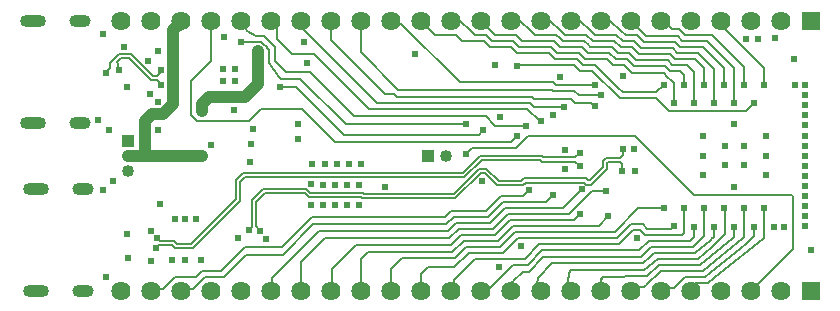
<source format=gbl>
G04*
G04 #@! TF.GenerationSoftware,Altium Limited,Altium Designer,25.8.1 (18)*
G04*
G04 Layer_Physical_Order=4*
G04 Layer_Color=16711680*
%FSLAX25Y25*%
%MOIN*%
G70*
G04*
G04 #@! TF.SameCoordinates,6ABF4B5D-D965-4913-BD24-76852B7B618B*
G04*
G04*
G04 #@! TF.FilePolarity,Positive*
G04*
G01*
G75*
%ADD11C,0.00600*%
G04:AMPARAMS|DCode=53|XSize=39.37mil|YSize=86.61mil|CornerRadius=19.68mil|HoleSize=0mil|Usage=FLASHONLY|Rotation=270.000|XOffset=0mil|YOffset=0mil|HoleType=Round|Shape=RoundedRectangle|*
%AMROUNDEDRECTD53*
21,1,0.03937,0.04724,0,0,270.0*
21,1,0.00000,0.08661,0,0,270.0*
1,1,0.03937,-0.02362,0.00000*
1,1,0.03937,-0.02362,0.00000*
1,1,0.03937,0.02362,0.00000*
1,1,0.03937,0.02362,0.00000*
%
%ADD53ROUNDEDRECTD53*%
G04:AMPARAMS|DCode=54|XSize=39.37mil|YSize=70.87mil|CornerRadius=19.68mil|HoleSize=0mil|Usage=FLASHONLY|Rotation=270.000|XOffset=0mil|YOffset=0mil|HoleType=Round|Shape=RoundedRectangle|*
%AMROUNDEDRECTD54*
21,1,0.03937,0.03150,0,0,270.0*
21,1,0.00000,0.07087,0,0,270.0*
1,1,0.03937,-0.01575,0.00000*
1,1,0.03937,-0.01575,0.00000*
1,1,0.03937,0.01575,0.00000*
1,1,0.03937,0.01575,0.00000*
%
%ADD54ROUNDEDRECTD54*%
%ADD58C,0.01000*%
%ADD61C,0.00603*%
%ADD65R,0.04000X0.04000*%
%ADD66C,0.04000*%
%ADD67R,0.04000X0.04000*%
%ADD68C,0.06400*%
%ADD69R,0.06400X0.06400*%
%ADD70C,0.02400*%
%ADD71C,0.04000*%
%ADD79C,0.01000*%
D11*
X110000Y60500D02*
X150000D01*
X89118Y75700D02*
X94800D01*
X110000Y60500D01*
X109500Y57000D02*
X154500D01*
X93500Y73000D02*
X109500Y57000D01*
X154500D02*
X155909Y58409D01*
X128533Y93967D02*
X148000Y74500D01*
X179000D02*
X180000Y73500D01*
X148000Y74500D02*
X179000D01*
X126172Y70500D02*
X126972Y69700D01*
X172171D02*
X172871Y69000D01*
X185118D01*
X126972Y69700D02*
X172171D01*
X185118Y69000D02*
X186518Y67600D01*
X105000Y88500D02*
X123000Y70500D01*
X126172D01*
X96033Y91967D02*
X120300Y67700D01*
X171343D01*
X182800Y66200D02*
X182900Y66100D01*
X172843Y66200D02*
X182800D01*
X171343Y67700D02*
X172843Y66200D01*
X117800Y65700D02*
X170514D01*
X174714Y61500D02*
X175000D01*
X170514Y65700D02*
X174714Y61500D01*
X99500Y84000D02*
X117800Y65700D01*
X96033Y91967D02*
Y93967D01*
X95000Y95000D02*
X96033Y93967D01*
X179172Y71500D02*
X186196D01*
X187596Y70100D01*
X178672Y72000D02*
X179172Y71500D01*
X115000Y84500D02*
X127500Y72000D01*
X178672D01*
X115000Y84500D02*
Y95000D01*
X105000Y88500D02*
Y95000D01*
X92000Y84000D02*
X99500D01*
X86982Y89018D02*
X92000Y84000D01*
X86982Y89018D02*
Y93018D01*
X85000Y95000D02*
X86982Y93018D01*
X98000Y78000D02*
X112800Y63200D01*
X156618D01*
X88300Y75700D02*
X88714Y75700D01*
X87714Y76286D02*
X88300Y75700D01*
X84500Y80816D02*
X87714Y76286D01*
X83500Y86384D02*
X84207Y85677D01*
X84500Y85384D02*
X84500Y80816D01*
X88714Y75700D02*
X89118D01*
X84207Y85677D02*
X84500Y85384D01*
X89962Y78000D02*
X98000D01*
X89669Y78293D02*
X89962Y78000D01*
X75355Y93419D02*
X76660Y92035D01*
X89660Y78303D02*
X89669Y78293D01*
X86500Y81644D02*
X89660Y78303D01*
X86500Y81644D02*
Y86212D01*
X80164Y90000D02*
X82713D01*
X77246Y91449D02*
X80164Y90000D01*
X76660Y92035D02*
X77246Y91449D01*
X82713Y90000D02*
X86500Y86212D01*
X75000Y95000D02*
X75355Y93419D01*
X88000Y73000D02*
X93500D01*
X83500Y65500D02*
X95500D01*
X106500Y54500D01*
X165000D01*
X60550Y61500D02*
X77682D01*
X81682Y65500D01*
X58500Y63550D02*
X60550Y61500D01*
X58500Y63550D02*
Y75000D01*
X81682Y65500D02*
X83500D01*
X249042Y22076D02*
X249369Y22403D01*
X234724Y10792D02*
X249042Y22076D01*
X234716Y10786D02*
X234724Y10792D01*
X249369Y22403D02*
X249376Y22807D01*
X230642Y7700D02*
X234716Y10786D01*
X249376Y22807D02*
X249547Y32500D01*
X227103Y7700D02*
X230642D01*
X225938Y7142D02*
X227103Y7700D01*
X225656Y6861D02*
X225938Y7142D01*
X225000Y5000D02*
X225656Y6861D01*
X244227Y21300D02*
X246197Y23269D01*
Y26350D01*
X243351Y20547D02*
X244227Y21300D01*
X226049Y9700D02*
X229813Y9700D01*
X243351Y20547D01*
X223053Y9700D02*
X226049D01*
X233044Y14953D02*
X242523Y22547D01*
X228985Y11700D02*
X233044Y14953D01*
X242523Y22547D02*
X242854Y22879D01*
X242854Y32500D01*
X221432Y11700D02*
X228985D01*
X205000Y5000D02*
X205043Y5570D01*
X205588Y6115D01*
X209260Y6204D01*
X210102Y6950D02*
X215207Y11475D01*
X209260Y6204D02*
X210102Y6950D01*
X215207Y11475D02*
X221432Y11700D01*
X239172Y22526D02*
X239504Y22858D01*
X239504Y26350D01*
X228156Y13700D02*
X239172Y22526D01*
X221396Y13700D02*
X228156D01*
X214417Y13448D02*
X221396Y13700D01*
X210332Y9827D02*
X214417Y13448D01*
X209945Y9802D02*
X209967Y9803D01*
X210332Y9827D01*
X195000Y5000D02*
X195000Y8652D01*
X195928Y9516D02*
X209945Y9802D01*
X195269Y9038D02*
X195707Y9477D01*
X195000Y8652D02*
X195234Y8886D01*
X209536Y11794D02*
X213943Y15700D01*
X227454D01*
X183889Y6889D02*
X184597Y11794D01*
X209536D01*
X183889Y6485D02*
X185000Y5000D01*
X183889Y6485D02*
Y6889D01*
X227454Y15700D02*
X232186Y19492D01*
X236562Y23868D01*
X236161Y32500D02*
X236562Y32099D01*
Y23868D02*
Y32099D01*
X212887Y17700D02*
X215096D01*
X210205Y15117D02*
X210219Y15130D01*
X210675Y15587D02*
X210924Y15810D01*
X209501Y14439D02*
X210205Y15117D01*
X215096Y17700D02*
X215096Y17700D01*
X210219Y15130D02*
X210675Y15587D01*
X212596Y17420D02*
X212887Y17700D01*
X210924Y15810D02*
X212596Y17420D01*
X215096Y17700D02*
X226178D01*
X225636Y19700D02*
X226292Y20356D01*
X208682Y16442D02*
X211743Y19417D01*
X212034Y19700D01*
X226292Y20356D02*
X226619Y20627D01*
X212034Y19700D02*
X225636D01*
X226619Y20627D02*
X229468Y23116D01*
X211138Y21700D02*
X224432D01*
X207827Y18400D02*
X211138Y21700D01*
X165000Y5000D02*
Y7464D01*
X165700Y8200D02*
X169016Y11200D01*
X165000Y7464D02*
X165378Y7878D01*
X169016Y11200D02*
X170957D01*
X165378Y7878D02*
X165700Y8200D01*
X170957Y11200D02*
X175916Y16159D01*
X173668Y6680D02*
X175000Y5000D01*
X178826Y14159D02*
X209189D01*
X173917Y9251D02*
X178826Y14159D01*
X173668Y7086D02*
X173917Y9251D01*
X173668Y6680D02*
Y7086D01*
X209189Y14159D02*
X209458Y14397D01*
X209501Y14439D01*
X207417Y18400D02*
X207827Y18400D01*
X175328Y18400D02*
X207417D01*
X175916Y16159D02*
X207985D01*
X208391Y16159D02*
X208682Y16442D01*
X207985Y16159D02*
X208391Y16159D01*
X165786Y13700D02*
X170628D01*
X158119Y6033D02*
X165786Y13700D01*
X170628D02*
X175328Y18400D01*
X169800Y15700D02*
X174500Y20400D01*
X201082D01*
X153000Y15700D02*
X169800D01*
X145973Y8673D02*
X153000Y15700D01*
X201082Y20400D02*
X205882Y25200D01*
X145973Y5973D02*
Y8673D01*
X145000Y5000D02*
X145973Y5973D01*
X146172Y12900D02*
X150973Y17700D01*
X162382D01*
X167382Y22700D01*
X137570Y12900D02*
X146172D01*
X135357Y10740D02*
X137570Y12900D01*
X135000Y5000D02*
X135060Y10040D01*
X135065Y10447D02*
X135357Y10740D01*
X135060Y10040D02*
X135065Y10447D01*
X117300Y17900D02*
X145516D01*
X115000Y15600D02*
X117300Y17900D01*
X145516D02*
X149316Y21700D01*
X125000Y12100D02*
X128800Y15900D01*
X146344D02*
X150144Y19700D01*
X128800Y15900D02*
X146344D01*
X125000Y5000D02*
Y12100D01*
X149316Y21700D02*
X160725D01*
X115000Y5000D02*
Y15600D01*
X144987Y20200D02*
X148487Y23700D01*
X113400Y20200D02*
X144987D01*
X105533Y12333D02*
X113400Y20200D01*
X105533Y5533D02*
Y12333D01*
X105000Y5000D02*
X105533Y5533D01*
X95000Y14500D02*
X103000Y22500D01*
X144459D02*
X147659Y25700D01*
X103000Y22500D02*
X144459D01*
X95000Y5000D02*
Y14500D01*
X101200Y24800D02*
X143930D01*
X85514Y9114D02*
X101200Y24800D01*
X143930D02*
X146830Y27700D01*
X85514Y5514D02*
Y9114D01*
X85000Y5000D02*
X85514Y5514D01*
X89028Y17000D02*
X99128Y27100D01*
X143402D02*
X146002Y29700D01*
X99128Y27100D02*
X143402D01*
X76592Y17000D02*
X89028D01*
X69292Y9700D02*
X76592Y17000D01*
X63053Y9700D02*
X69292D01*
X76364Y19600D02*
X88800D01*
X98700Y29500D02*
X142974D01*
X145174Y31700D01*
X88800Y19600D02*
X98700Y29500D01*
X68464Y11700D02*
X76364Y19600D01*
X53053Y9700D02*
X60225D01*
X62225Y11700D02*
X68464D01*
X60225Y9700D02*
X62225Y11700D01*
X192814Y66500D02*
X193000D01*
X186518Y67600D02*
X191714D01*
X192814Y66500D01*
X187596Y70100D02*
X195000D01*
X159818Y60000D02*
X170000D01*
X156618Y63200D02*
X159818Y60000D01*
X75000Y88000D02*
X81884D01*
X58500Y75000D02*
X60500Y77000D01*
X65000Y81500D01*
X81884Y88000D02*
X82884Y87000D01*
X83500Y86384D01*
X65000Y81500D02*
Y87000D01*
Y95000D01*
X165000Y54500D02*
X166998Y56498D01*
X89118Y75700D02*
X89118Y75700D01*
X161583Y36700D02*
X169000D01*
X171000Y38700D01*
X176700Y34700D02*
X179000Y37000D01*
X162411Y34700D02*
X176700D01*
X191937Y38255D02*
X196755D01*
X184382Y30700D02*
X191937Y38255D01*
X182563Y32700D02*
X188591Y38728D01*
X163240Y32700D02*
X182563D01*
X170818Y56500D02*
X206400D01*
X226100Y36800D02*
X240622D01*
X206400Y56500D02*
X226100Y36800D01*
X166818Y52500D02*
X170818Y56500D01*
X152000Y52500D02*
X166818D01*
X150000Y50500D02*
X152000Y52500D01*
X240622Y36800D02*
X240822Y37000D01*
X258414D01*
X259000Y36414D01*
Y19000D02*
Y36414D01*
X245000Y5000D02*
X259000Y19000D01*
X125000Y95000D02*
X126033Y93967D01*
X128533D01*
X180000Y73500D02*
X193000D01*
X188229Y78300D02*
X192219D01*
X201453Y69100D02*
X213400D01*
X192219Y78300D02*
X201453Y69100D01*
X168286Y80300D02*
X186208D01*
X188229Y78300D01*
X200702Y72680D02*
X202282Y71100D01*
X193037Y80300D02*
X195500Y77882D01*
X200702Y72680D01*
X189058Y80300D02*
X193037D01*
X202282Y71100D02*
X213529D01*
X188482Y80876D02*
X189058Y80300D01*
X188478Y80880D02*
X188482Y80876D01*
X187021Y82300D02*
X188478Y80880D01*
X179715Y82300D02*
X187021D01*
X179422Y82593D02*
X179715Y82300D01*
X178715Y83300D02*
X179422Y82593D01*
X177700Y84300D02*
X178700Y83300D01*
X178715D01*
X167072Y84300D02*
X177700D01*
X165072Y86300D02*
X167072Y84300D01*
X202794Y80236D02*
X205529Y77500D01*
X216000D02*
X217150Y76350D01*
X205529Y77500D02*
X216000D01*
X219421Y67500D02*
Y74079D01*
X218779Y74721D02*
Y74768D01*
Y74721D02*
X219421Y74079D01*
X217150Y76350D02*
X217197D01*
X218779Y74768D01*
X197020Y82300D02*
X199122Y80236D01*
X202794D01*
X189886Y82300D02*
X197020D01*
X187835Y84300D02*
X189886Y82300D01*
X180543Y84300D02*
X187835D01*
X178543Y86300D02*
X180543Y84300D01*
X167900Y86300D02*
X178543D01*
X181543D02*
X188643D01*
X190715Y84300D01*
X197833D01*
X181172Y86500D02*
X181343D01*
X179372Y88300D02*
X181172Y86500D01*
X181343D02*
X181543Y86300D01*
X168872Y88300D02*
X179372D01*
X156872Y90300D02*
X158872Y88300D01*
X165900D02*
X167900Y86300D01*
X158872Y88300D02*
X165900D01*
X153200Y90300D02*
X156872D01*
X151860Y91502D02*
X153200Y90300D01*
X145000Y95000D02*
X147995D01*
X151847Y91515D01*
X197833Y84300D02*
X199951Y82236D01*
X203622D01*
X218083Y78300D02*
X221457D01*
X222772Y76986D01*
X216547Y79836D02*
X218083Y78300D01*
X206022Y79836D02*
X216547D01*
X206851Y81836D02*
X217375D01*
X218911Y80300D02*
X223800D01*
X226114Y77986D01*
X217375Y81836D02*
X218911Y80300D01*
X219740Y82300D02*
X226300D01*
X229465Y79135D01*
X218204Y83836D02*
X219740Y82300D01*
X207679Y83836D02*
X218204D01*
X204450Y84236D02*
X206851Y81836D01*
X200779Y84236D02*
X204450D01*
X200213Y84802D02*
X200779Y84236D01*
X198629Y86300D02*
X200213Y84802D01*
X191543Y86300D02*
X198629D01*
X189426Y88300D02*
X190971Y86871D01*
X190985Y86858D02*
X191543Y86300D01*
X190971Y86871D02*
X190985Y86858D01*
X180200Y90300D02*
X181256Y89244D01*
X182372Y88300D01*
X189426D01*
X171861Y91502D02*
X172915Y90556D01*
X173200Y90300D02*
X173583Y90300D01*
X172915Y90556D02*
X173200Y90300D01*
X173583Y90300D02*
X180200D01*
X165000Y95000D02*
X167995D01*
X171846Y91515D01*
X199425Y88300D02*
X201607Y86236D01*
X205279D01*
X192372Y88300D02*
X199425D01*
X183614Y90300D02*
X190208D01*
X192372Y88300D01*
X181860Y91502D02*
X183200Y90300D01*
X183614Y90300D01*
X175000Y95000D02*
X177995D01*
X181846Y91515D01*
X193614Y90300D02*
X200210D01*
X202436Y88236D02*
X206107D01*
X200210Y90300D02*
X202436Y88236D01*
X187995Y95000D02*
X191847Y91515D01*
X193200Y90300D02*
X193614Y90300D01*
X185000Y95000D02*
X187995D01*
X191860Y91502D02*
X193200Y90300D01*
X195000Y95000D02*
X198014D01*
X201852Y91510D02*
X203264Y90236D01*
X203678Y90236D01*
X206936D01*
X198014Y95000D02*
X201838Y91523D01*
X217700Y64800D02*
X243493D01*
X213400Y69100D02*
X217700Y64800D01*
X167000Y80000D02*
X167268Y80268D01*
X168254D01*
X168286Y80300D01*
X243493Y64800D02*
X246193Y67500D01*
X139651Y90349D02*
X140052Y90300D01*
X146872D02*
X147164Y90007D01*
X140052Y90300D02*
X146872D01*
X147164Y90007D02*
X148872Y88300D01*
X135000Y95000D02*
X139651Y90349D01*
X148872Y88300D02*
X156043D01*
X158043Y86300D01*
X165072D01*
X213529Y71100D02*
X216079Y73650D01*
X208507Y85836D02*
X219032D01*
X220568Y84300D01*
X219861Y87836D02*
X221396Y86300D01*
X229000D01*
X236157Y79142D01*
X230300Y88300D02*
X239500Y79100D01*
X222225Y88300D02*
X230300D01*
X220689Y89836D02*
X222225Y88300D01*
X209336Y87836D02*
X219861D01*
X206936Y90236D02*
X209336Y87836D01*
X49000Y5647D02*
X53053Y9700D01*
X45000Y5000D02*
X45647Y5647D01*
X49000D01*
X145174Y31700D02*
X156583D01*
X161583Y36700D01*
X55000Y5000D02*
X55647Y5647D01*
X59000D01*
X63053Y9700D01*
X146002Y29700D02*
X157411D01*
X162411Y34700D01*
X146830Y27700D02*
X158239D01*
X163240Y32700D01*
X147659Y25700D02*
X159068D01*
X164068Y30700D01*
X184382D01*
X148487Y23700D02*
X159896D01*
X164896Y28700D01*
X186200D01*
X188000Y30500D01*
X207525Y32500D02*
X216083D01*
X199725Y24700D02*
X207525Y32500D01*
X160725Y21700D02*
X165725Y26700D01*
X194358D01*
X197579Y29921D01*
X208118Y25200D02*
X209618Y23700D01*
X222190D01*
X222776Y24286D02*
Y32500D01*
X222190Y23700D02*
X222776Y24286D01*
X150144Y19700D02*
X161553D01*
X166553Y24700D01*
X199725D01*
X210447Y25700D02*
X218321D01*
X208947Y27200D02*
X210447Y25700D01*
X205053Y27200D02*
X208947D01*
X219121Y26500D02*
X219500D01*
X218321Y25700D02*
X219121Y26500D01*
X167382Y22700D02*
X200553D01*
X205053Y27200D01*
X205882Y25200D02*
X208118D01*
X155000Y5000D02*
X156033Y6033D01*
X158119D01*
X224807Y21700D02*
X226118Y23011D01*
X224432Y21700D02*
X224807Y21700D01*
X226118Y23011D02*
Y26350D01*
X216000Y6000D02*
X219353D01*
X223053Y9700D01*
X215000Y5000D02*
X216000Y6000D01*
X226524Y17700D02*
X231824Y21966D01*
X231904Y22038D01*
X226178Y17700D02*
X226178Y17700D01*
X226524D01*
X229468Y23116D02*
Y32500D01*
X232811Y22945D02*
Y26350D01*
X231904Y22038D02*
X232811Y22945D01*
X222772Y73650D02*
Y76986D01*
X249500Y73500D02*
Y79100D01*
X235000Y93600D02*
X249500Y79100D01*
X235000Y93600D02*
Y95000D01*
X232000Y90300D02*
X242850Y79450D01*
X223053Y90300D02*
X232000D01*
X242850Y73650D02*
Y79450D01*
X239500Y67500D02*
Y79100D01*
X236157Y73650D02*
Y79142D01*
X232807Y67500D02*
Y78893D01*
X227400Y84300D02*
X232807Y78893D01*
X220568Y84300D02*
X227400D01*
X229465Y73650D02*
Y79135D01*
X226114Y67500D02*
Y77986D01*
X210164Y89836D02*
X220689D01*
X215000Y95000D02*
X215914D01*
X218780Y92133D01*
X221220D01*
X223053Y90300D01*
X205000Y95000D02*
X210164Y89836D01*
X155000Y95000D02*
X159700Y90300D01*
X166872D01*
X168872Y88300D01*
X203622Y82236D02*
X206022Y79836D01*
X205279Y86236D02*
X207679Y83836D01*
X206107Y88236D02*
X208507Y85836D01*
D53*
X5752Y60984D02*
D03*
Y95000D02*
D03*
X6752Y5000D02*
D03*
Y39016D02*
D03*
D54*
X21500Y60984D02*
D03*
Y95000D02*
D03*
X22500Y5000D02*
D03*
Y39016D02*
D03*
D58*
X195928Y9516D02*
G03*
X195707Y9477I11J-709D01*
G01*
X195269Y9038D02*
G03*
X195234Y8886I670J-232D01*
G01*
X151847Y91515D02*
G03*
X151860Y91502I3153J3485D01*
G01*
X171846Y91515D02*
G03*
X171861Y91502I3153J3485D01*
G01*
X181846Y91515D02*
G03*
X181860Y91502I3153J3485D01*
G01*
X191847Y91515D02*
G03*
X191860Y91502I3153J3485D01*
G01*
X201838Y91523D02*
G03*
X201852Y91510I3162J3477D01*
G01*
D61*
X155325Y48548D02*
X174767D01*
X175319Y47997D01*
X175348Y49951D02*
X175900Y49400D01*
X154744Y49951D02*
X175348D01*
X186509Y47997D02*
X188000Y46506D01*
X175319Y47997D02*
X186509D01*
X186400Y49400D02*
X188000Y51000D01*
X175900Y49400D02*
X186400D01*
X148997Y44205D02*
X154744Y49951D01*
X149578Y42801D02*
X155325Y48548D01*
X47852Y20099D02*
X52087D01*
X53677Y20492D02*
X58508D01*
X46970Y22479D02*
X47245D01*
X52087Y20099D02*
X53096Y19089D01*
X47053Y19300D02*
X47852Y20099D01*
X48222Y21502D02*
X52668D01*
X53096Y19089D02*
X59089D01*
X46600Y19300D02*
X47053D01*
X59089Y19089D02*
X74883Y34883D01*
X47245Y22479D02*
X48222Y21502D01*
X52668D02*
X53677Y20492D01*
X30500Y78183D02*
X31533Y79216D01*
X30000Y77683D02*
X30500Y78183D01*
X34156Y79027D02*
X34500Y78683D01*
X33715Y81089D02*
X35125Y82500D01*
X33715Y81089D02*
X34156Y80648D01*
X31533Y79216D02*
Y80892D01*
X34156Y79027D02*
Y80648D01*
X31533Y80892D02*
X34544Y83903D01*
X38342D02*
X45704Y76541D01*
X34544Y83903D02*
X38342D01*
X35125Y82500D02*
X37761D01*
X75859Y44205D02*
X148997D01*
X73480Y41825D02*
X75859Y44205D01*
X73480Y35464D02*
Y41825D01*
X58508Y20492D02*
X73480Y35464D01*
X45704Y76541D02*
X47027D01*
X48500Y78014D01*
X45123Y75138D02*
X47204D01*
X48500Y73500D02*
Y73842D01*
X47204Y75138D02*
X48500Y73842D01*
Y78014D02*
Y78500D01*
X37761Y82500D02*
X45123Y75138D01*
X170074Y41029D02*
X189544D01*
X156258Y44258D02*
X160419Y40097D01*
X190125Y42432D02*
X190787Y41770D01*
X161000Y41500D02*
X168561D01*
X191867Y40367D02*
X197000Y45500D01*
X190206Y40367D02*
X191867D01*
X190787Y41770D02*
X191286D01*
X169493Y42432D02*
X190125D01*
X189544Y41029D02*
X190206Y40367D01*
X156839Y45661D02*
X161000Y41500D01*
X160419Y40097D02*
X169142D01*
X170074Y41029D01*
X168561Y41500D02*
X169493Y42432D01*
X191286Y41770D02*
X195597Y46081D01*
X76440Y42801D02*
X149578D01*
X74883Y41244D02*
X76440Y42801D01*
X74883Y34883D02*
Y41244D01*
X96318Y37500D02*
X97606Y36212D01*
X82419Y38903D02*
X96899D01*
X78597Y26197D02*
Y35081D01*
X98187Y37615D02*
X115623D01*
X83000Y37500D02*
X96318D01*
X97606Y36212D02*
X115042D01*
X115623Y37615D02*
X116041Y37198D01*
X78597Y35081D02*
X82419Y38903D01*
X115459Y35796D02*
X146541D01*
X80000Y34500D02*
X83000Y37500D01*
X96899Y38903D02*
X98187Y37615D01*
X146541Y35796D02*
X155003Y44258D01*
X116041Y37198D02*
X145959D01*
X80000Y26400D02*
Y34500D01*
X115042Y36212D02*
X115459Y35796D01*
X145959Y37198D02*
X154422Y45661D01*
X77700Y25300D02*
X78597Y26197D01*
X80000Y26400D02*
X81400Y25000D01*
X154422Y45661D02*
X156839D01*
X155003Y44258D02*
X156258D01*
X195597Y46081D02*
Y48076D01*
X196772Y49251D01*
X201500D01*
X202300Y50051D01*
Y52300D01*
X197000Y47495D02*
X197353Y47848D01*
X201500D01*
X197000Y45500D02*
Y47495D01*
X202100Y44800D02*
Y47249D01*
X201500Y47848D02*
X202100Y47249D01*
D65*
X37500Y55000D02*
D03*
D66*
Y50000D02*
D03*
Y45000D02*
D03*
X143500Y50000D02*
D03*
D67*
X137500D02*
D03*
D68*
X55000Y95000D02*
D03*
X255000D02*
D03*
X65000D02*
D03*
X255000Y5000D02*
D03*
X45000Y95000D02*
D03*
X35000Y5000D02*
D03*
X45000D02*
D03*
X55000D02*
D03*
X65000D02*
D03*
X75000D02*
D03*
X85000D02*
D03*
X95000D02*
D03*
X105000D02*
D03*
X115000D02*
D03*
X125000D02*
D03*
X135000D02*
D03*
X145000D02*
D03*
X155000D02*
D03*
X165000D02*
D03*
X175000D02*
D03*
X185000D02*
D03*
X195000D02*
D03*
X205000D02*
D03*
X215000D02*
D03*
X225000D02*
D03*
X235000D02*
D03*
X245000D02*
D03*
Y95000D02*
D03*
X235000D02*
D03*
X225000D02*
D03*
X215000D02*
D03*
X205000D02*
D03*
X195000D02*
D03*
X185000D02*
D03*
X175000D02*
D03*
X165000D02*
D03*
X155000D02*
D03*
X145000D02*
D03*
X135000D02*
D03*
X125000D02*
D03*
X115000D02*
D03*
X105000D02*
D03*
X95000D02*
D03*
X85000D02*
D03*
X75000D02*
D03*
X35000D02*
D03*
D69*
X265000Y5000D02*
D03*
Y95000D02*
D03*
D70*
X46970Y22479D02*
D03*
X46600Y19300D02*
D03*
X36000Y86204D02*
D03*
X34500Y78683D02*
D03*
X30000Y77683D02*
D03*
X37000Y72800D02*
D03*
X44881Y70602D02*
D03*
X78500Y54000D02*
D03*
X182900Y66100D02*
D03*
X195000Y70100D02*
D03*
X175000Y61500D02*
D03*
X179000Y63500D02*
D03*
X170000Y60000D02*
D03*
X96000Y88000D02*
D03*
X56500Y15100D02*
D03*
X52100D02*
D03*
X61626Y15257D02*
D03*
X62000Y50000D02*
D03*
X81566Y85066D02*
D03*
X253100Y89100D02*
D03*
X247500Y89000D02*
D03*
X181500Y76200D02*
D03*
X78000Y48000D02*
D03*
X62000Y65000D02*
D03*
X188000Y51000D02*
D03*
X75000Y88000D02*
D03*
X69000Y75000D02*
D03*
Y79000D02*
D03*
X72732Y65268D02*
D03*
X73000Y75000D02*
D03*
Y79000D02*
D03*
X166998Y56498D02*
D03*
X150000Y60500D02*
D03*
X155909Y58409D02*
D03*
X161500Y63000D02*
D03*
X47500Y58500D02*
D03*
X29000Y90500D02*
D03*
X31000Y58500D02*
D03*
X27500Y62000D02*
D03*
X48500Y78500D02*
D03*
Y73500D02*
D03*
X44100Y81400D02*
D03*
X171000Y38700D02*
D03*
X179000Y37000D02*
D03*
X196755Y38255D02*
D03*
X188591Y38728D02*
D03*
X183000Y52000D02*
D03*
Y45500D02*
D03*
X188000Y46506D02*
D03*
X98900Y47200D02*
D03*
X114943Y47199D02*
D03*
X110500Y40198D02*
D03*
X114500D02*
D03*
X106500D02*
D03*
X102943Y47199D02*
D03*
X110943D02*
D03*
X102500Y40198D02*
D03*
X106943Y47199D02*
D03*
X114500Y33500D02*
D03*
X98557Y40500D02*
D03*
X102500Y33500D02*
D03*
X98557D02*
D03*
X106500D02*
D03*
X110500D02*
D03*
X123000Y39500D02*
D03*
X81400Y25000D02*
D03*
X77700Y25300D02*
D03*
X155500Y41500D02*
D03*
X45000Y15000D02*
D03*
Y25000D02*
D03*
X37500Y16000D02*
D03*
X37000Y24000D02*
D03*
X206500Y45000D02*
D03*
X206200Y52300D02*
D03*
X83300Y22300D02*
D03*
X74000Y22500D02*
D03*
X202100Y44800D02*
D03*
X202300Y52300D02*
D03*
X32500Y41500D02*
D03*
X29000Y38500D02*
D03*
X48000Y34000D02*
D03*
X30000Y9409D02*
D03*
X259500Y82083D02*
D03*
X263154Y73425D02*
D03*
X259583Y73650D02*
D03*
X263189Y70064D02*
D03*
X263154Y66732D02*
D03*
Y56693D02*
D03*
Y53347D02*
D03*
Y63386D02*
D03*
Y60039D02*
D03*
X243500Y89000D02*
D03*
X202500Y76500D02*
D03*
X159586Y80086D02*
D03*
X239504Y60500D02*
D03*
X250004Y56496D02*
D03*
X229000Y56500D02*
D03*
X263154Y43307D02*
D03*
Y50000D02*
D03*
Y46654D02*
D03*
Y33268D02*
D03*
Y29921D02*
D03*
Y39961D02*
D03*
Y36614D02*
D03*
X265000Y18500D02*
D03*
X263154Y26575D02*
D03*
X256236Y26350D02*
D03*
X252890D02*
D03*
X250004Y50000D02*
D03*
X242800Y53200D02*
D03*
Y46800D02*
D03*
X250004Y43504D02*
D03*
X236300Y53200D02*
D03*
X229004Y50000D02*
D03*
X236300Y46800D02*
D03*
X229004Y43504D02*
D03*
X239504Y39500D02*
D03*
X207000Y22500D02*
D03*
X168500Y20000D02*
D03*
X161000Y13000D02*
D03*
X133000Y84000D02*
D03*
X97000Y81000D02*
D03*
X94000Y60500D02*
D03*
Y55500D02*
D03*
X79000Y59000D02*
D03*
X69500Y89500D02*
D03*
X47500Y85000D02*
D03*
Y68000D02*
D03*
X65000Y53500D02*
D03*
X60000Y29000D02*
D03*
X56500D02*
D03*
X53000D02*
D03*
X150000Y50500D02*
D03*
X88000Y73000D02*
D03*
X193000Y66500D02*
D03*
Y73500D02*
D03*
X167000Y80000D02*
D03*
X188000Y30500D02*
D03*
X197579Y29921D02*
D03*
X232811Y26350D02*
D03*
X226118D02*
D03*
X219500Y26500D02*
D03*
X246193Y67500D02*
D03*
X216079Y73650D02*
D03*
X216083Y32500D02*
D03*
X246197Y26350D02*
D03*
X249547Y32500D02*
D03*
X239504Y26350D02*
D03*
X242854Y32500D02*
D03*
X236161D02*
D03*
X229468D02*
D03*
X222776D02*
D03*
X222772Y73650D02*
D03*
X219421Y67500D02*
D03*
X229465Y73650D02*
D03*
X226114Y67500D02*
D03*
X236157Y73650D02*
D03*
X232807Y67500D02*
D03*
X239500D02*
D03*
X242850Y73650D02*
D03*
X249500Y73500D02*
D03*
D71*
X55000Y94351D02*
Y95000D01*
X52500Y91851D02*
X55000Y94351D01*
X52500Y67060D02*
Y91851D01*
X49240Y63800D02*
X52500Y67060D01*
X45343Y63800D02*
X49240D01*
X43000Y50000D02*
X62000D01*
X43000Y61457D02*
X45343Y63800D01*
X43000Y50000D02*
Y61457D01*
X37500Y50000D02*
X43000D01*
X80600Y84900D02*
X80750Y84750D01*
Y73952D02*
Y84750D01*
X76275Y69478D02*
X80750Y73952D01*
X64343Y69478D02*
X76275D01*
X62000Y65000D02*
Y67134D01*
X64343Y69478D01*
D79*
X89669Y78293D02*
D03*
M02*

</source>
